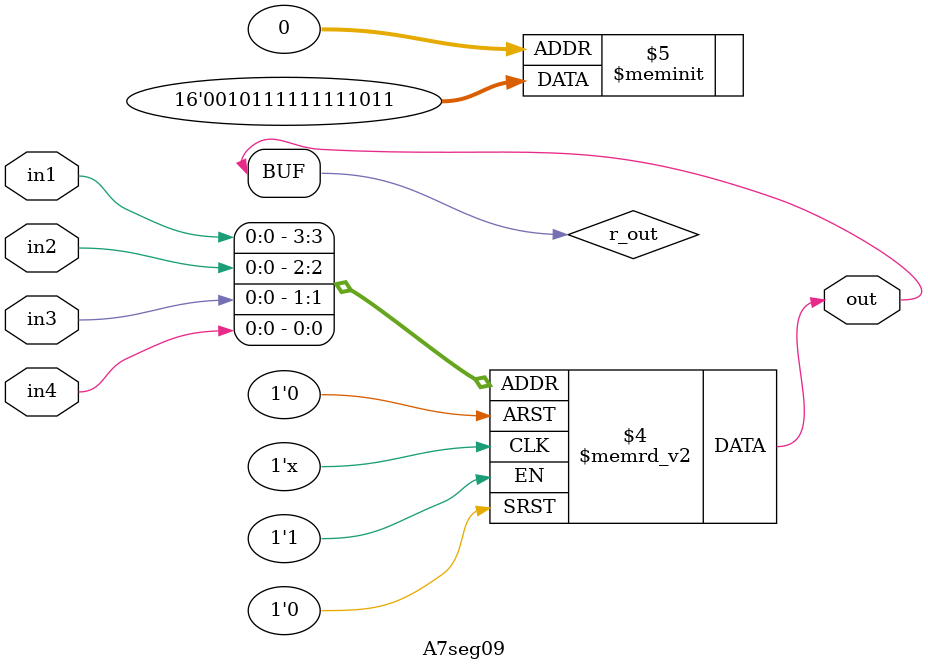
<source format=v>
module A7seg09(output out, input in1, in2, in3, in4);
  reg r_out;
  assign out = r_out;
  always@(in1, in2, in3, in4)
    begin
      case({in1, in2, in3, in4})
        4'b0000: out = 1'b1;
        4'b0001: out = 1'b1;
        4'b0010: out = 1'b0;
        4'b0011: out = 1'b1;
        4'b0100: out = 1'b1;
        4'b0101: out = 1'b1;
        4'b0110: out = 1'b1;
        4'b0111: out = 1'b1;
	4'b1000: out = 1'b1;
        4'b1001: out = 1'b1;
        4'b1010: out = 1'b1;
        4'b1011: out = 1'b1;
        4'b1100: out = 1'b0;
        4'b1101: out = 1'b1;
        4'b1110: out = 1'b0;
        4'b1111: out = 1'b0;
	
        default: out = 1'b0;
      endcase
    end
endmodule

</source>
